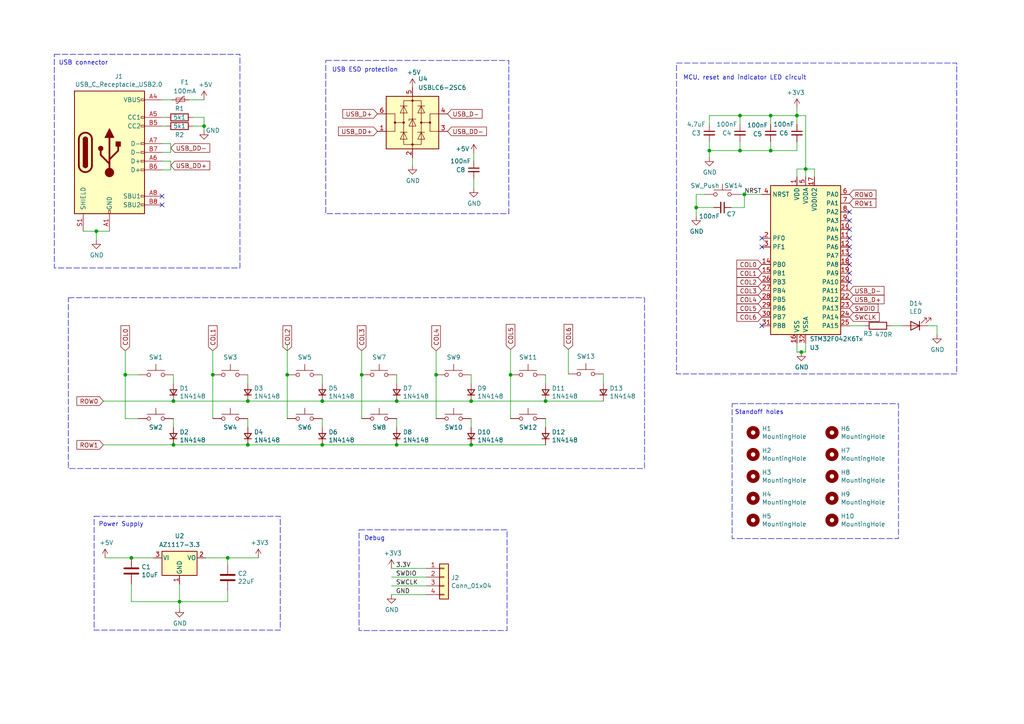
<source format=kicad_sch>
(kicad_sch (version 20230121) (generator eeschema)
  (paper "A4")
  (title_block (title "FnRow") (date "2023-12-30") (rev "1.3") (company "Dino Fizzotti"))
  (lib_symbols
    (symbol "Connector:USB_C_Receptacle_USB2.0" (pin_names (offset 1.016))
      (property "Reference" "J" (at -10.16 19.05 0))
      (property "Value" "USB_C_Receptacle_USB2.0" (at 19.05 19.05 0))
      (symbol "USB_C_Receptacle_USB2.0_0_0"
        (rectangle (start -0.254 -17.78) (end 0.254 -16.764))
        (rectangle (start 10.16 -14.986) (end 9.144 -15.494))
        (rectangle (start 10.16 -12.446) (end 9.144 -12.954))
        (rectangle (start 10.16 -4.826) (end 9.144 -5.334))
        (rectangle (start 10.16 -2.286) (end 9.144 -2.794))
        (rectangle (start 10.16 0.254) (end 9.144 -0.254))
        (rectangle (start 10.16 2.794) (end 9.144 2.286))
        (rectangle (start 10.16 7.874) (end 9.144 7.366))
        (rectangle (start 10.16 10.414) (end 9.144 9.906))
        (rectangle (start 10.16 15.494) (end 9.144 14.986))
      )
      (symbol "USB_C_Receptacle_USB2.0_0_1"
        (rectangle (start -10.16 17.78) (end 10.16 -17.78) (stroke (width 0.254)) (fill (type background)))
        (arc (start -8.89 -3.81) (mid -6.985 -5.7067) (end -5.08 -3.81) (stroke (width 0.508)))
        (arc (start -7.62 -3.81) (mid -6.985 -4.4423) (end -6.35 -3.81) (stroke (width 0.254)))
        (arc (start -7.62 -3.81) (mid -6.985 -4.4423) (end -6.35 -3.81) (stroke (width 0.254)) (fill (type outline)))
        (rectangle (start -7.62 -3.81) (end -6.35 3.81) (stroke (width 0.254)) (fill (type outline)))
        (arc (start -6.35 3.81) (mid -6.985 4.4423) (end -7.62 3.81) (stroke (width 0.254)))
        (arc (start -6.35 3.81) (mid -6.985 4.4423) (end -7.62 3.81) (stroke (width 0.254)) (fill (type outline)))
        (arc (start -5.08 3.81) (mid -6.985 5.7067) (end -8.89 3.81) (stroke (width 0.508)))
        (circle (center -2.54 1.143) (radius 0.635) (stroke (width 0.254)) (fill (type outline)))
        (circle (center 0 -5.842) (radius 1.27) (fill (type outline)))
        (polyline (pts (xy -8.89 -3.81) (xy -8.89 3.81)) (stroke (width 0.508)))
        (polyline (pts (xy -5.08 3.81) (xy -5.08 -3.81)) (stroke (width 0.508)))
        (polyline (pts (xy 0 -5.842) (xy 0 4.318)) (stroke (width 0.508)))
        (polyline (pts (xy 0 -3.302) (xy -2.54 -0.762) (xy -2.54 0.508)) (stroke (width 0.508)))
        (polyline (pts (xy 0 -2.032) (xy 2.54 0.508) (xy 2.54 1.778)) (stroke (width 0.508)))
        (polyline (pts (xy -1.27 4.318) (xy 0 6.858) (xy 1.27 4.318) (xy -1.27 4.318)) (stroke (width 0.254)) (fill (type outline)))
        (rectangle (start 1.905 1.778) (end 3.175 3.048) (stroke (width 0.254)) (fill (type outline)))
      )
      (symbol "USB_C_Receptacle_USB2.0_1_1"
        (pin passive line (at 0 -22.86 90) (length 5.08) (name "GND") (number "A1"))
        (pin passive line (at 0 -22.86 90) (length 5.08) hide (name "GND") (number "A12"))
        (pin passive line (at 15.24 15.24 180) (length 5.08) (name "VBUS") (number "A4"))
        (pin bidirectional line (at 15.24 10.16 180) (length 5.08) (name "CC1") (number "A5"))
        (pin bidirectional line (at 15.24 -2.54 180) (length 5.08) (name "D+") (number "A6"))
        (pin bidirectional line (at 15.24 2.54 180) (length 5.08) (name "D-") (number "A7"))
        (pin bidirectional line (at 15.24 -12.7 180) (length 5.08) (name "SBU1") (number "A8"))
        (pin passive line (at 15.24 15.24 180) (length 5.08) hide (name "VBUS") (number "A9"))
        (pin passive line (at 0 -22.86 90) (length 5.08) hide (name "GND") (number "B1"))
        (pin passive line (at 0 -22.86 90) (length 5.08) hide (name "GND") (number "B12"))
        (pin passive line (at 15.24 15.24 180) (length 5.08) hide (name "VBUS") (number "B4"))
        (pin bidirectional line (at 15.24 7.62 180) (length 5.08) (name "CC2") (number "B5"))
        (pin bidirectional line (at 15.24 -5.08 180) (length 5.08) (name "D+") (number "B6"))
        (pin bidirectional line (at 15.24 0 180) (length 5.08) (name "D-") (number "B7"))
        (pin bidirectional line (at 15.24 -15.24 180) (length 5.08) (name "SBU2") (number "B8"))
        (pin passive line (at 15.24 15.24 180) (length 5.08) hide (name "VBUS") (number "B9"))
        (pin passive line (at -7.62 -22.86 90) (length 5.08) (name "SHIELD") (number "S1"))
      )
    )
    (symbol "Connector_Generic:Conn_01x04" (pin_names (offset 1.016) hide)
      (property "Reference" "J" (at 0 5.08 0))
      (property "Value" "Conn_01x04" (at 0 -7.62 0))
      (symbol "Conn_01x04_1_1"
        (rectangle (start -1.27 -4.953) (end 0 -5.207) (stroke (width 0.1524)))
        (rectangle (start -1.27 -2.413) (end 0 -2.667) (stroke (width 0.1524)))
        (rectangle (start -1.27 0.127) (end 0 -0.127) (stroke (width 0.1524)))
        (rectangle (start -1.27 2.667) (end 0 2.413) (stroke (width 0.1524)))
        (rectangle (start -1.27 3.81) (end 1.27 -6.35) (stroke (width 0.254)) (fill (type background)))
        (pin passive line (at -5.08 2.54 0) (length 3.81) (name "Pin_1") (number "1"))
        (pin passive line (at -5.08 0 0) (length 3.81) (name "Pin_2") (number "2"))
        (pin passive line (at -5.08 -2.54 0) (length 3.81) (name "Pin_3") (number "3"))
        (pin passive line (at -5.08 -5.08 0) (length 3.81) (name "Pin_4") (number "4"))
      )
    )
    (symbol "Device:C" (pin_numbers hide) (pin_names (offset 0.254))
      (property "Reference" "C" (at 0.635 2.54 0))
      (property "Value" "C" (at 0.635 -2.54 0))
      (symbol "C_0_1"
        (polyline (pts (xy -2.032 -0.762) (xy 2.032 -0.762)) (stroke (width 0.508)))
        (polyline (pts (xy -2.032 0.762) (xy 2.032 0.762)) (stroke (width 0.508)))
      )
      (symbol "C_1_1"
        (pin passive line (at 0 3.81 270) (length 2.794) (name "~") (number "1"))
        (pin passive line (at 0 -3.81 90) (length 2.794) (name "~") (number "2"))
      )
    )
    (symbol "Device:C_Small" (pin_numbers hide) (pin_names (offset 0.254) hide)
      (property "Reference" "C" (at 0.254 1.778 0))
      (property "Value" "C_Small" (at 0.254 -2.032 0))
      (symbol "C_Small_0_1"
        (polyline (pts (xy -1.524 -0.508) (xy 1.524 -0.508)) (stroke (width 0.3302)))
        (polyline (pts (xy -1.524 0.508) (xy 1.524 0.508)) (stroke (width 0.3048)))
      )
      (symbol "C_Small_1_1"
        (pin passive line (at 0 2.54 270) (length 2.032) (name "~") (number "1"))
        (pin passive line (at 0 -2.54 90) (length 2.032) (name "~") (number "2"))
      )
    )
    (symbol "Device:D_Small" (pin_numbers hide) (pin_names (offset 0.254) hide)
      (property "Reference" "D" (at -1.27 2.032 0))
      (property "Value" "D_Small" (at -3.81 -2.032 0))
      (symbol "D_Small_0_1"
        (polyline (pts (xy -0.762 -1.016) (xy -0.762 1.016)) (stroke (width 0.254)))
        (polyline (pts (xy -0.762 0) (xy 0.762 0)))
        (polyline (pts (xy 0.762 -1.016) (xy -0.762 0) (xy 0.762 1.016) (xy 0.762 -1.016)) (stroke (width 0.254)))
      )
      (symbol "D_Small_1_1"
        (pin passive line (at -2.54 0 0) (length 1.778) (name "K") (number "1"))
        (pin passive line (at 2.54 0 180) (length 1.778) (name "A") (number "2"))
      )
    )
    (symbol "Device:LED" (pin_numbers hide) (pin_names (offset 1.016) hide)
      (property "Reference" "D" (at 0 2.54 0))
      (property "Value" "LED" (at 0 -2.54 0))
      (symbol "LED_0_1"
        (polyline (pts (xy -1.27 -1.27) (xy -1.27 1.27)) (stroke (width 0.254)))
        (polyline (pts (xy -1.27 0) (xy 1.27 0)))
        (polyline (pts (xy 1.27 -1.27) (xy 1.27 1.27) (xy -1.27 0) (xy 1.27 -1.27)) (stroke (width 0.254)))
        (polyline (pts (xy -3.048 -0.762) (xy -4.572 -2.286) (xy -3.81 -2.286) (xy -4.572 -2.286) (xy -4.572 -1.524)))
        (polyline (pts (xy -1.778 -0.762) (xy -3.302 -2.286) (xy -2.54 -2.286) (xy -3.302 -2.286) (xy -3.302 -1.524)))
      )
      (symbol "LED_1_1"
        (pin passive line (at -3.81 0 0) (length 2.54) (name "K") (number "1"))
        (pin passive line (at 3.81 0 180) (length 2.54) (name "A") (number "2"))
      )
    )
    (symbol "Device:Polyfuse_Small" (pin_numbers hide) (pin_names (offset 0))
      (property "Reference" "F" (at -1.905 0 90))
      (property "Value" "Polyfuse_Small" (at 1.905 0 90))
      (symbol "Polyfuse_Small_0_1"
        (rectangle (start -0.508 1.27) (end 0.508 -1.27))
        (polyline (pts (xy 0 2.54) (xy 0 -2.54)))
        (polyline (pts (xy -1.016 1.27) (xy -1.016 0.762) (xy 1.016 -0.762) (xy 1.016 -1.27)))
      )
      (symbol "Polyfuse_Small_1_1"
        (pin passive line (at 0 2.54 270) (length 0.635) (name "~") (number "1"))
        (pin passive line (at 0 -2.54 90) (length 0.635) (name "~") (number "2"))
      )
    )
    (symbol "Device:R" (pin_numbers hide) (pin_names (offset 0))
      (property "Reference" "R" (at 2.032 0 90))
      (property "Value" "R" (at 0 0 90))
      (symbol "R_0_1"
        (rectangle (start -1.016 -2.54) (end 1.016 2.54) (stroke (width 0.254)))
      )
      (symbol "R_1_1"
        (pin passive line (at 0 3.81 270) (length 1.27) (name "~") (number "1"))
        (pin passive line (at 0 -3.81 90) (length 1.27) (name "~") (number "2"))
      )
    )
    (symbol "Mechanical:MountingHole" (pin_names (offset 1.016))
      (property "Reference" "H" (at 0 5.08 0))
      (property "Value" "MountingHole" (at 0 3.175 0))
      (symbol "MountingHole_0_1"
        (circle (center 0 0) (radius 1.27) (stroke (width 1.27)))
      )
    )
    (symbol "Power_Protection:USBLC6-2P6" (pin_names hide)
      (property "Reference" "U" (at 2.54 8.89 0))
      (property "Value" "USBLC6-2P6" (at 2.54 -8.89 0))
      (symbol "USBLC6-2P6_0_1"
        (rectangle (start -7.62 -7.62) (end 7.62 7.62) (stroke (width 0.254)) (fill (type background)))
        (circle (center -5.08 0) (radius 0.254) (fill (type outline)))
        (circle (center -2.54 0) (radius 0.254) (fill (type outline)))
        (rectangle (start -2.54 6.35) (end 2.54 -6.35))
        (circle (center 0 -6.35) (radius 0.254) (fill (type outline)))
        (polyline (pts (xy -5.08 -2.54) (xy -7.62 -2.54)))
        (polyline (pts (xy -5.08 0) (xy -5.08 -2.54)))
        (polyline (pts (xy -5.08 2.54) (xy -7.62 2.54)))
        (polyline (pts (xy -1.524 -2.794) (xy -3.556 -2.794)))
        (polyline (pts (xy -1.524 4.826) (xy -3.556 4.826)))
        (polyline (pts (xy 0 -7.62) (xy 0 -6.35)))
        (polyline (pts (xy 0 -6.35) (xy 0 1.27)))
        (polyline (pts (xy 0 1.27) (xy 0 6.35)))
        (polyline (pts (xy 0 6.35) (xy 0 7.62)))
        (polyline (pts (xy 1.524 -2.794) (xy 3.556 -2.794)))
        (polyline (pts (xy 1.524 4.826) (xy 3.556 4.826)))
        (polyline (pts (xy 5.08 -2.54) (xy 7.62 -2.54)))
        (polyline (pts (xy 5.08 0) (xy 5.08 -2.54)))
        (polyline (pts (xy 5.08 2.54) (xy 7.62 2.54)))
        (polyline (pts (xy -2.54 0) (xy -5.08 0) (xy -5.08 2.54)))
        (polyline (pts (xy 2.54 0) (xy 5.08 0) (xy 5.08 2.54)))
        (polyline (pts (xy -3.556 -4.826) (xy -1.524 -4.826) (xy -2.54 -2.794) (xy -3.556 -4.826)))
        (polyline (pts (xy -3.556 2.794) (xy -1.524 2.794) (xy -2.54 4.826) (xy -3.556 2.794)))
        (polyline (pts (xy -1.016 -1.016) (xy 1.016 -1.016) (xy 0 1.016) (xy -1.016 -1.016)))
        (polyline (pts (xy 1.016 1.016) (xy 0.762 1.016) (xy -1.016 1.016) (xy -1.016 0.508)))
        (polyline (pts (xy 3.556 -4.826) (xy 1.524 -4.826) (xy 2.54 -2.794) (xy 3.556 -4.826)))
        (polyline (pts (xy 3.556 2.794) (xy 1.524 2.794) (xy 2.54 4.826) (xy 3.556 2.794)))
        (circle (center 0 6.35) (radius 0.254) (fill (type outline)))
        (circle (center 2.54 0) (radius 0.254) (fill (type outline)))
        (circle (center 5.08 0) (radius 0.254) (fill (type outline)))
      )
      (symbol "USBLC6-2P6_1_1"
        (pin passive line (at -10.16 -2.54 0) (length 2.54) (name "I/O1") (number "1"))
        (pin passive line (at 0 -10.16 90) (length 2.54) (name "GND") (number "2"))
        (pin passive line (at 10.16 -2.54 180) (length 2.54) (name "I/O2") (number "3"))
        (pin passive line (at 10.16 2.54 180) (length 2.54) (name "I/O2") (number "4"))
        (pin passive line (at 0 10.16 270) (length 2.54) (name "VBUS") (number "5"))
        (pin passive line (at -10.16 2.54 0) (length 2.54) (name "I/O1") (number "6"))
      )
    )
    (symbol "Regulator_Linear:AZ1117-3.3" (pin_names (offset 0.254))
      (property "Reference" "U" (at -3.81 3.175 0))
      (property "Value" "AZ1117-3.3" (at 0 3.175 0))
      (symbol "AZ1117-3.3_0_1"
        (rectangle (start -5.08 1.905) (end 5.08 -5.08) (stroke (width 0.254)) (fill (type background)))
      )
      (symbol "AZ1117-3.3_1_1"
        (pin power_in line (at 0 -7.62 90) (length 2.54) (name "GND") (number "1"))
        (pin power_out line (at 7.62 0 180) (length 2.54) (name "VO") (number "2"))
        (pin power_in line (at -7.62 0 0) (length 2.54) (name "VI") (number "3"))
      )
    )
    (symbol "Switch:SW_Push" (pin_numbers hide) (pin_names (offset 1.016) hide)
      (property "Reference" "SW" (at 1.27 2.54 0))
      (property "Value" "SW_Push" (at 0 -1.524 0))
      (symbol "SW_Push_0_1"
        (circle (center -2.032 0) (radius 0.508))
        (polyline (pts (xy 0 1.27) (xy 0 3.048)))
        (polyline (pts (xy 2.54 1.27) (xy -2.54 1.27)))
        (circle (center 2.032 0) (radius 0.508))
        (pin passive line (at -5.08 0 0) (length 2.54) (name "1") (number "1"))
        (pin passive line (at 5.08 0 180) (length 2.54) (name "2") (number "2"))
      )
    )
    (symbol "fnrow-rescue:+3.3V-power" (power) (pin_names (offset 0))
      (property "Value" "+3.3V-power" (at 0 3.556 0))
      (symbol "+3.3V-power_0_1"
        (polyline (pts (xy -0.762 1.27) (xy 0 2.54)))
        (polyline (pts (xy 0 0) (xy 0 2.54)))
        (polyline (pts (xy 0 2.54) (xy 0.762 1.27)))
      )
      (symbol "+3.3V-power_1_1"
        (pin power_in line (at 0 0 90) (length 0) hide (name "+3V3") (number "1"))
      )
    )
    (symbol "fnrow-rescue:STM32F042K6Tx-MCU_ST_STM32F0"
      (property "Reference" "U" (at -10.16 21.59 0))
      (property "Value" "MCU_ST_STM32F0_STM32F042K6Tx" (at 5.08 21.59 0))
      (symbol "STM32F042K6Tx-MCU_ST_STM32F0_0_1"
        (rectangle (start -10.16 -22.86) (end 10.16 20.32) (stroke (width 0.254)) (fill (type background)))
      )
      (symbol "STM32F042K6Tx-MCU_ST_STM32F0_1_1"
        (pin power_in line (at -2.54 22.86 270) (length 2.54) (name "VDD") (number "1"))
        (pin bidirectional line (at 12.7 7.62 180) (length 2.54) (name "PA4") (number "10"))
        (pin bidirectional line (at 12.7 5.08 180) (length 2.54) (name "PA5") (number "11"))
        (pin bidirectional line (at 12.7 2.54 180) (length 2.54) (name "PA6") (number "12"))
        (pin bidirectional line (at 12.7 0 180) (length 2.54) (name "PA7") (number "13"))
        (pin bidirectional line (at -12.7 -2.54 0) (length 2.54) (name "PB0") (number "14"))
        (pin bidirectional line (at -12.7 -5.08 0) (length 2.54) (name "PB1") (number "15"))
        (pin power_in line (at -2.54 -25.4 90) (length 2.54) (name "VSS") (number "16"))
        (pin power_in line (at 2.54 22.86 270) (length 2.54) (name "VDDIO2") (number "17"))
        (pin bidirectional line (at 12.7 -2.54 180) (length 2.54) (name "PA8") (number "18"))
        (pin bidirectional line (at 12.7 -5.08 180) (length 2.54) (name "PA9") (number "19"))
        (pin input line (at -12.7 5.08 0) (length 2.54) (name "PF0") (number "2"))
        (pin bidirectional line (at 12.7 -7.62 180) (length 2.54) (name "PA10") (number "20"))
        (pin bidirectional line (at 12.7 -10.16 180) (length 2.54) (name "PA11") (number "21"))
        (pin bidirectional line (at 12.7 -12.7 180) (length 2.54) (name "PA12") (number "22"))
        (pin bidirectional line (at 12.7 -15.24 180) (length 2.54) (name "PA13") (number "23"))
        (pin bidirectional line (at 12.7 -17.78 180) (length 2.54) (name "PA14") (number "24"))
        (pin bidirectional line (at 12.7 -20.32 180) (length 2.54) (name "PA15") (number "25"))
        (pin bidirectional line (at -12.7 -7.62 0) (length 2.54) (name "PB3") (number "26"))
        (pin bidirectional line (at -12.7 -10.16 0) (length 2.54) (name "PB4") (number "27"))
        (pin bidirectional line (at -12.7 -12.7 0) (length 2.54) (name "PB5") (number "28"))
        (pin bidirectional line (at -12.7 -15.24 0) (length 2.54) (name "PB6") (number "29"))
        (pin input line (at -12.7 2.54 0) (length 2.54) (name "PF1") (number "3"))
        (pin bidirectional line (at -12.7 -17.78 0) (length 2.54) (name "PB7") (number "30"))
        (pin bidirectional line (at -12.7 -20.32 0) (length 2.54) (name "PB8") (number "31"))
        (pin power_in line (at 0 -25.4 90) (length 2.54) (name "VSSA") (number "32"))
        (pin input line (at -12.7 17.78 0) (length 2.54) (name "NRST") (number "4"))
        (pin power_in line (at 0 22.86 270) (length 2.54) (name "VDDA") (number "5"))
        (pin bidirectional line (at 12.7 17.78 180) (length 2.54) (name "PA0") (number "6"))
        (pin bidirectional line (at 12.7 15.24 180) (length 2.54) (name "PA1") (number "7"))
        (pin bidirectional line (at 12.7 12.7 180) (length 2.54) (name "PA2") (number "8"))
        (pin bidirectional line (at 12.7 10.16 180) (length 2.54) (name "PA3") (number "9"))
      )
    )
    (symbol "power:+5V" (power) (pin_names (offset 0))
      (property "Value" "+5V" (at 0 3.556 0))
      (symbol "+5V_0_1"
        (polyline (pts (xy -0.762 1.27) (xy 0 2.54)))
        (polyline (pts (xy 0 0) (xy 0 2.54)))
        (polyline (pts (xy 0 2.54) (xy 0.762 1.27)))
      )
      (symbol "+5V_1_1"
        (pin power_in line (at 0 0 90) (length 0) hide (name "+5V") (number "1"))
      )
    )
    (symbol "power:GND" (power) (pin_names (offset 0))
      (property "Value" "GND" (at 0 -3.81 0))
      (symbol "GND_0_1"
        (polyline (pts (xy 0 0) (xy 0 -1.27) (xy 1.27 -1.27) (xy 0 -2.54) (xy -1.27 -1.27) (xy 0 -1.27)))
      )
      (symbol "GND_1_1"
        (pin power_in line (at 0 0 270) (length 0) hide (name "GND") (number "1"))
      )
    )
  )
  (junction (at 136.652 129.032))
  (junction (at 214.63 43.688))
  (junction (at 71.882 116.332))
  (junction (at 223.52 33.528))
  (junction (at 126.492 108.712))
  (junction (at 201.93 60.198))
  (junction (at 115.062 129.032))
  (junction (at 52.07 174.498))
  (junction (at 27.94 67.056))
  (junction (at 50.292 116.332))
  (junction (at 50.292 129.032))
  (junction (at 83.312 108.712))
  (junction (at 223.52 43.688))
  (junction (at 205.74 43.688))
  (junction (at 232.41 102.108))
  (junction (at 93.472 116.332))
  (junction (at 36.322 108.712))
  (junction (at 233.68 49.022))
  (junction (at 66.04 161.798))
  (junction (at 148.082 108.712))
  (junction (at 136.652 116.332))
  (junction (at 59.182 36.576))
  (junction (at 104.902 108.712))
  (junction (at 38.1 161.798))
  (junction (at 158.242 116.332))
  (junction (at 115.062 116.332))
  (junction (at 215.9 56.388))
  (junction (at 93.472 129.032))
  (junction (at 61.722 108.712))
  (junction (at 214.63 33.528))
  (junction (at 231.14 33.528))
  (junction (at 71.882 129.032))
  (no_connect (at 246.38 76.708))
  (no_connect (at 246.38 66.548))
  (no_connect (at 246.38 61.468))
  (no_connect (at 246.38 64.008))
  (no_connect (at 46.99 59.436))
  (no_connect (at 246.38 69.088))
  (no_connect (at 46.99 56.896))
  (no_connect (at 246.38 74.168))
  (no_connect (at 220.98 94.488))
  (no_connect (at 246.38 81.788))
  (no_connect (at 246.38 71.628))
  (no_connect (at 220.98 71.628))
  (no_connect (at 220.98 69.088))
  (no_connect (at 246.38 79.248))
  (wire (pts (xy 223.52 33.528) (xy 223.52 36.068)))
  (wire (pts (xy 158.242 121.412) (xy 158.242 123.952)))
  (wire (pts (xy 201.93 60.198) (xy 207.01 60.198)))
  (wire (pts (xy 214.63 43.688) (xy 223.52 43.688)))
  (wire (pts (xy 30.48 161.798) (xy 38.1 161.798)))
  (wire (pts (xy 52.07 174.498) (xy 66.04 174.498)))
  (wire (pts (xy 205.74 43.688) (xy 214.63 43.688)))
  (wire (pts (xy 66.04 163.703) (xy 66.04 161.798)))
  (wire (pts (xy 38.1 169.418) (xy 38.1 174.498)))
  (wire (pts (xy 52.07 176.403) (xy 52.07 174.498)))
  (wire (pts (xy 233.68 49.022) (xy 233.68 33.528)))
  (wire (pts (xy 201.93 62.738) (xy 201.93 60.198)))
  (wire (pts (xy 59.182 34.036) (xy 59.182 36.576)))
  (wire (pts (xy 136.652 116.332) (xy 158.242 116.332)))
  (wire (pts (xy 136.652 121.412) (xy 136.652 123.952)))
  (wire (pts (xy 269.24 94.488) (xy 271.78 94.488)))
  (wire (pts (xy 231.14 99.568) (xy 231.14 102.108)))
  (wire (pts (xy 115.062 129.032) (xy 136.652 129.032)))
  (wire (pts (xy 50.292 129.032) (xy 71.882 129.032)))
  (wire (pts (xy 93.472 108.712) (xy 93.472 111.252)))
  (wire (pts (xy 52.07 174.498) (xy 52.07 169.418)))
  (wire (pts (xy 214.63 56.388) (xy 215.9 56.388)))
  (wire (pts (xy 231.14 33.528) (xy 231.14 36.068)))
  (wire (pts (xy 232.41 102.108) (xy 233.68 102.108)))
  (wire (pts (xy 136.652 108.712) (xy 136.652 111.252)))
  (wire (pts (xy 258.445 94.488) (xy 261.62 94.488)))
  (wire (pts (xy 71.882 116.332) (xy 93.472 116.332)))
  (wire (pts (xy 61.722 101.727) (xy 61.722 108.712)))
  (wire (pts (xy 115.062 121.412) (xy 115.062 123.952)))
  (wire (pts (xy 31.75 67.056) (xy 27.94 67.056)))
  (wire (pts (xy 204.47 56.388) (xy 201.93 56.388)))
  (wire (pts (xy 205.74 41.148) (xy 205.74 43.688)))
  (wire (pts (xy 215.9 56.388) (xy 220.98 56.388)))
  (wire (pts (xy 104.902 108.712) (xy 104.902 121.412)))
  (wire (pts (xy 49.53 41.656) (xy 49.53 44.196)))
  (wire (pts (xy 46.99 49.276) (xy 49.53 49.276)))
  (wire (pts (xy 55.88 34.036) (xy 59.182 34.036)))
  (wire (pts (xy 36.322 121.412) (xy 40.132 121.412)))
  (wire (pts (xy 38.1 161.798) (xy 44.45 161.798)))
  (wire (pts (xy 223.52 43.688) (xy 231.14 43.688)))
  (wire (pts (xy 27.94 69.596) (xy 27.94 67.056)))
  (wire (pts (xy 46.99 28.956) (xy 49.784 28.956)))
  (wire (pts (xy 55.88 36.576) (xy 59.182 36.576)))
  (wire (pts (xy 40.132 108.712) (xy 36.322 108.712)))
  (wire (pts (xy 50.292 129.032) (xy 29.972 129.032)))
  (wire (pts (xy 223.52 33.528) (xy 231.14 33.528)))
  (wire (pts (xy 271.78 94.488) (xy 271.78 97.028)))
  (wire (pts (xy 29.972 116.332) (xy 50.292 116.332)))
  (wire (pts (xy 59.69 161.798) (xy 66.04 161.798)))
  (wire (pts (xy 66.04 161.798) (xy 74.93 161.798)))
  (wire (pts (xy 137.414 51.816) (xy 137.414 54.61)))
  (wire (pts (xy 123.698 172.466) (xy 113.538 172.466)))
  (wire (pts (xy 46.99 36.576) (xy 48.26 36.576)))
  (wire (pts (xy 246.38 94.488) (xy 250.825 94.488)))
  (wire (pts (xy 215.9 60.198) (xy 215.9 56.388)))
  (wire (pts (xy 223.52 41.148) (xy 223.52 43.688)))
  (wire (pts (xy 54.864 28.956) (xy 59.182 28.956)))
  (wire (pts (xy 205.74 33.528) (xy 205.74 36.068)))
  (wire (pts (xy 212.09 60.198) (xy 215.9 60.198)))
  (wire (pts (xy 93.472 116.332) (xy 115.062 116.332)))
  (wire (pts (xy 233.68 49.022) (xy 236.22 49.022)))
  (wire (pts (xy 126.492 121.412) (xy 126.492 108.712)))
  (wire (pts (xy 164.846 108.458) (xy 164.846 101.346)))
  (wire (pts (xy 123.698 169.926) (xy 113.538 169.926)))
  (wire (pts (xy 93.472 121.412) (xy 93.472 123.952)))
  (wire (pts (xy 231.14 49.022) (xy 233.68 49.022)))
  (wire (pts (xy 233.68 102.108) (xy 233.68 99.568)))
  (wire (pts (xy 123.698 167.386) (xy 113.538 167.386)))
  (wire (pts (xy 214.63 33.528) (xy 214.63 36.068)))
  (wire (pts (xy 46.99 44.196) (xy 49.53 44.196)))
  (wire (pts (xy 126.492 101.727) (xy 126.492 108.712)))
  (wire (pts (xy 115.062 108.712) (xy 115.062 111.252)))
  (wire (pts (xy 61.722 108.712) (xy 61.722 121.412)))
  (wire (pts (xy 104.902 101.727) (xy 104.902 108.712)))
  (wire (pts (xy 71.882 121.412) (xy 71.882 123.952)))
  (wire (pts (xy 49.53 46.736) (xy 49.53 49.276)))
  (wire (pts (xy 231.14 102.108) (xy 232.41 102.108)))
  (wire (pts (xy 214.63 33.528) (xy 223.52 33.528)))
  (wire (pts (xy 38.1 174.498) (xy 52.07 174.498)))
  (wire (pts (xy 27.94 67.056) (xy 24.13 67.056)))
  (wire (pts (xy 50.292 108.712) (xy 50.292 111.252)))
  (wire (pts (xy 231.14 41.148) (xy 231.14 43.688)))
  (wire (pts (xy 136.652 129.032) (xy 158.242 129.032)))
  (wire (pts (xy 214.63 43.688) (xy 214.63 41.148)))
  (wire (pts (xy 205.74 45.593) (xy 205.74 43.688)))
  (wire (pts (xy 137.414 44.45) (xy 137.414 46.736)))
  (wire (pts (xy 201.93 56.388) (xy 201.93 60.198)))
  (wire (pts (xy 83.312 99.822) (xy 83.312 108.712)))
  (wire (pts (xy 115.062 116.332) (xy 136.652 116.332)))
  (wire (pts (xy 236.22 49.022) (xy 236.22 51.308)))
  (wire (pts (xy 123.698 164.846) (xy 113.538 164.846)))
  (wire (pts (xy 231.14 31.242) (xy 231.14 33.528)))
  (wire (pts (xy 175.006 108.458) (xy 175.006 111.252)))
  (wire (pts (xy 231.14 51.308) (xy 231.14 49.022)))
  (wire (pts (xy 71.882 108.712) (xy 71.882 111.252)))
  (wire (pts (xy 233.68 51.308) (xy 233.68 49.022)))
  (wire (pts (xy 36.322 108.712) (xy 36.322 121.412)))
  (wire (pts (xy 158.242 108.712) (xy 158.242 111.252)))
  (wire (pts (xy 46.99 41.656) (xy 49.53 41.656)))
  (wire (pts (xy 71.882 129.032) (xy 93.472 129.032)))
  (wire (pts (xy 115.062 129.032) (xy 93.472 129.032)))
  (wire (pts (xy 36.322 101.727) (xy 36.322 108.712)))
  (wire (pts (xy 83.312 108.712) (xy 83.312 121.412)))
  (wire (pts (xy 205.74 33.528) (xy 214.63 33.528)))
  (wire (pts (xy 148.082 101.346) (xy 148.082 108.712)))
  (wire (pts (xy 158.242 116.332) (xy 175.006 116.332)))
  (wire (pts (xy 50.292 116.332) (xy 71.882 116.332)))
  (wire (pts (xy 66.04 174.498) (xy 66.04 171.323)))
  (wire (pts (xy 46.99 46.736) (xy 49.53 46.736)))
  (wire (pts (xy 148.082 108.712) (xy 148.082 121.412)))
  (wire (pts (xy 59.182 37.846) (xy 59.182 36.576)))
  (wire (pts (xy 233.68 33.528) (xy 231.14 33.528)))
  (wire (pts (xy 119.634 48.006) (xy 119.634 45.72)))
  (wire (pts (xy 50.292 121.412) (xy 50.292 123.952)))
  (wire (pts (xy 46.99 34.036) (xy 48.26 34.036)))
  (rectangle (start 94.488 17.526) (end 147.574 61.976) (stroke (width 0) (type dash)))
  (rectangle (start 104.14 153.67) (end 147.066 182.88) (stroke (width 0) (type dash)))
  (rectangle (start 27.305 149.733) (end 81.28 182.753) (stroke (width 0) (type dash)))
  (rectangle (start 19.812 86.36) (end 186.944 135.89) (stroke (width 0) (type dash)))
  (rectangle (start 15.748 15.748) (end 69.596 77.724) (stroke (width 0) (type dash)))
  (rectangle (start 212.344 117.094) (end 260.604 156.21) (stroke (width 0) (type dash)))
  (rectangle (start 196.215 18.288) (end 277.495 108.458) (stroke (width 0) (type dash)))
  (text "Power Supply" (at 28.575 152.908 0) (effects (font (size 1.27 1.27)) (justify left bottom)))
  (text "USB ESD protection\n" (at 96.266 21.082 0) (effects (font (size 1.27 1.27)) (justify left bottom)))
  (text "Debug" (at 105.664 156.972 0) (effects (font (size 1.27 1.27)) (justify left bottom)))
  (text "Standoff holes" (at 213.106 120.396 0) (effects (font (size 1.27 1.27)) (justify left bottom)))
  (text "USB connector" (at 17.018 19.05 0) (effects (font (size 1.27 1.27)) (justify left bottom)))
  (text "MCU, reset and indicator LED circuit" (at 198.12 23.368 0) (effects (font (size 1.27 1.27)) (justify left bottom)))
  (label "SWCLK" (at 114.808 169.926 0))
  (label "NRST" (at 215.9 56.388 0))
  (label "SWDIO" (at 114.808 167.386 0))
  (label "GND" (at 114.808 172.466 0))
  (label "3.3V" (at 114.808 164.846 0))
  (global_label "USB_DD+" (shape input) (at 109.474 38.1 180) (property "Intersheetrefs" "${INTERSHEET_REFS}" (effects hide)))
  (global_label "ROW1" (shape input) (at 246.38 58.928 0) (property "Intersheetrefs" "${INTERSHEET_REFS}" (effects hide)))
  (global_label "SWDIO" (shape input) (at 246.38 89.408 0) (property "Intersheetrefs" "${INTERSHEET_REFS}" (effects hide)))
  (global_label "COL2" (shape input) (at 220.98 81.788 180) (property "Intersheetrefs" "${INTERSHEET_REFS}" (effects hide)))
  (global_label "COL0" (shape input) (at 220.98 76.708 180) (property "Intersheetrefs" "${INTERSHEET_REFS}" (effects hide)))
  (global_label "USB_D+" (shape input) (at 246.38 86.868 0) (property "Intersheetrefs" "${INTERSHEET_REFS}" (effects hide)))
  (global_label "COL6" (shape input) (at 220.98 91.948 180) (property "Intersheetrefs" "${INTERSHEET_REFS}" (effects hide)))
  (global_label "USB_DD-" (shape input) (at 129.794 38.1 0) (property "Intersheetrefs" "${INTERSHEET_REFS}" (effects hide)))
  (global_label "USB_DD+" (shape input) (at 49.53 48.006 0) (property "Intersheetrefs" "${INTERSHEET_REFS}" (effects hide)))
  (global_label "ROW0" (shape input) (at 29.972 116.332 180) (property "Intersheetrefs" "${INTERSHEET_REFS}" (effects hide)))
  (global_label "USB_D-" (shape input) (at 129.794 33.02 0) (property "Intersheetrefs" "${INTERSHEET_REFS}" (effects hide)))
  (global_label "COL4" (shape input) (at 220.98 86.868 180) (property "Intersheetrefs" "${INTERSHEET_REFS}" (effects hide)))
  (global_label "ROW0" (shape input) (at 246.38 56.388 0) (property "Intersheetrefs" "${INTERSHEET_REFS}" (effects hide)))
  (global_label "USB_D-" (shape input) (at 246.38 84.328 0) (property "Intersheetrefs" "${INTERSHEET_REFS}" (effects hide)))
  (global_label "COL5" (shape input) (at 220.98 89.408 180) (property "Intersheetrefs" "${INTERSHEET_REFS}" (effects hide)))
  (global_label "COL2" (shape input) (at 83.312 101.727 90) (property "Intersheetrefs" "${INTERSHEET_REFS}" (effects hide)))
  (global_label "USB_D+" (shape input) (at 109.474 33.02 180) (property "Intersheetrefs" "${INTERSHEET_REFS}" (effects hide)))
  (global_label "ROW1" (shape input) (at 29.972 129.032 180) (property "Intersheetrefs" "${INTERSHEET_REFS}" (effects hide)))
  (global_label "COL5" (shape input) (at 148.082 101.346 90) (property "Intersheetrefs" "${INTERSHEET_REFS}" (effects hide)))
  (global_label "COL1" (shape input) (at 220.98 79.248 180) (property "Intersheetrefs" "${INTERSHEET_REFS}" (effects hide)))
  (global_label "COL4" (shape input) (at 126.492 101.727 90) (property "Intersheetrefs" "${INTERSHEET_REFS}" (effects hide)))
  (global_label "COL3" (shape input) (at 104.902 101.727 90) (property "Intersheetrefs" "${INTERSHEET_REFS}" (effects hide)))
  (global_label "COL6" (shape input) (at 164.846 101.346 90) (property "Intersheetrefs" "${INTERSHEET_REFS}" (effects hide)))
  (global_label "COL3" (shape input) (at 220.98 84.328 180) (property "Intersheetrefs" "${INTERSHEET_REFS}" (effects hide)))
  (global_label "COL0" (shape input) (at 36.322 101.727 90) (property "Intersheetrefs" "${INTERSHEET_REFS}" (effects hide)))
  (global_label "SWCLK" (shape input) (at 246.38 91.948 0) (property "Intersheetrefs" "${INTERSHEET_REFS}" (effects hide)))
  (global_label "USB_DD-" (shape input) (at 49.53 42.926 0) (property "Intersheetrefs" "${INTERSHEET_REFS}" (effects hide)))
  (global_label "COL1" (shape input) (at 61.722 101.727 90) (property "Intersheetrefs" "${INTERSHEET_REFS}" (effects hide)))
  (symbol (lib_id "Device:Polyfuse_Small") (at 52.324 28.956 270) (unit 1)
    (property "Reference" "F1" (at 53.594 23.876 90))
    (property "Value" "100mA" (at 53.594 26.416 90))
    (property "Footprint" "Fuse:Fuse_0805_2012Metric" (effects hide))
    (property "LCSC" "C2687880" (effects hide))
  )
  (symbol (lib_id "Device:R") (at 52.07 34.036 270) (unit 1)
    (property "Reference" "R1" (at 52.07 31.496 90))
    (property "Value" "5k1" (at 52.07 34.036 90))
    (property "Footprint" "Capacitor_SMD:C_0402_1005Metric" (effects hide))
  )
  (symbol (lib_id "Device:R") (at 52.07 36.576 270) (unit 1)
    (property "Reference" "R2" (at 52.07 39.116 90))
    (property "Value" "5k1" (at 52.07 36.576 90))
    (property "Footprint" "Capacitor_SMD:C_0402_1005Metric" (effects hide))
  )
  (symbol (lib_id "power:GND") (at 119.634 48.006 0) (unit 1)
    (property "Reference" "#PWR0101" (effects hide))
    (property "Value" "GND" (at 119.761 52.4002 0))
  )
  (symbol (lib_id "power:GND") (at 59.182 37.846 0) (unit 1)
    (property "Reference" "#PWR0102" (effects hide))
    (property "Value" "GND" (at 61.722 37.846 0))
  )
  (symbol (lib_id "power:+5V") (at 59.182 28.956 0) (unit 1)
    (property "Reference" "#PWR0103" (effects hide))
    (property "Value" "+5V" (at 59.563 24.5618 0))
  )
  (symbol (lib_id "power:+5V") (at 30.48 161.798 0) (unit 1)
    (property "Reference" "#PWR0104" (effects hide))
    (property "Value" "+5V" (at 30.861 157.4038 0))
  )
  (symbol (lib_id "Device:C") (at 38.1 165.608 0) (unit 1)
    (property "Reference" "C1" (at 41.021 164.4396 0) (effects (justify left)))
    (property "Value" "10uF" (at 41.021 166.751 0) (effects (justify left)))
    (property "Footprint" "Capacitor_SMD:C_0805_2012Metric" (effects hide))
  )
  (symbol (lib_id "Device:C") (at 66.04 167.513 0) (unit 1)
    (property "Reference" "C2" (at 68.961 166.3446 0) (effects (justify left)))
    (property "Value" "22uF" (at 68.961 168.656 0) (effects (justify left)))
    (property "Footprint" "Capacitor_SMD:C_0805_2012Metric" (effects hide))
  )
  (symbol (lib_id "power:GND") (at 52.07 176.403 0) (unit 1)
    (property "Reference" "#PWR0105" (effects hide))
    (property "Value" "GND" (at 52.197 180.7972 0))
  )
  (symbol (lib_id "fnrow-rescue:+3.3V-power") (at 74.93 161.798 0) (unit 1)
    (property "Reference" "#PWR0106" (effects hide))
    (property "Value" "+3.3V" (at 75.311 157.4038 0))
  )
  (symbol (lib_id "fnrow-rescue:STM32F042K6Tx-MCU_ST_STM32F0") (at 233.68 74.168 0) (unit 1)
    (property "Reference" "U3" (at 236.22 100.838 0))
    (property "Value" "STM32F042K6Tx" (at 242.57 98.298 0))
    (property "Footprint" "Package_QFP:LQFP-32_7x7mm_P0.8mm" (effects hide))
    (property "Datasheet" "http://www.st.com/st-web-ui/static/active/en/resource/technical/document/datasheet/DM00105814.pdf" (effects hide))
    (property "LCSC" "C69216" (effects hide))
  )
  (symbol (lib_id "Switch:SW_Push") (at 209.55 56.388 0) (unit 1)
    (property "Reference" "SW14" (at 212.725 53.848 0))
    (property "Value" "SW_Push" (at 204.47 53.848 0))
    (property "Footprint" "Button_Switch_SMD:SW_Push_1P1T_XKB_TS-1187A" (effects hide))
    (property "LCSC" "C318884" (effects hide))
  )
  (symbol (lib_id "Device:C_Small") (at 209.55 60.198 270) (unit 1)
    (property "Reference" "C7" (at 212.09 62.103 90))
    (property "Value" "100nF" (at 205.74 62.738 90))
    (property "Footprint" "Capacitor_SMD:C_0402_1005Metric" (effects hide))
  )
  (symbol (lib_id "power:GND") (at 201.93 62.738 0) (unit 1)
    (property "Reference" "#PWR0107" (effects hide))
    (property "Value" "GND" (at 202.057 67.1322 0))
  )
  (symbol (lib_id "Device:C_Small") (at 205.74 38.608 0) (unit 1)
    (property "Reference" "C3" (at 201.93 38.608 0))
    (property "Value" "4.7uF" (at 201.93 36.068 0))
    (property "Footprint" "Capacitor_SMD:C_0603_1608Metric" (effects hide))
  )
  (symbol (lib_id "power:GND") (at 205.74 45.593 0) (unit 1)
    (property "Reference" "#PWR0109" (effects hide))
    (property "Value" "GND" (at 205.867 49.9872 0))
  )
  (symbol (lib_id "Device:C_Small") (at 223.52 38.608 0) (unit 1)
    (property "Reference" "C5" (at 219.71 38.862 0))
    (property "Value" "100nF" (at 219.71 36.322 0))
    (property "Footprint" "Capacitor_SMD:C_0402_1005Metric" (effects hide))
  )
  (symbol (lib_id "Device:C_Small") (at 231.14 38.608 0) (unit 1)
    (property "Reference" "C6" (at 227.33 38.608 0))
    (property "Value" "100nF" (at 227.33 36.068 0))
    (property "Footprint" "Capacitor_SMD:C_0402_1005Metric" (effects hide))
  )
  (symbol (lib_id "Connector_Generic:Conn_01x04") (at 128.778 167.386 0) (unit 1)
    (property "Reference" "J2" (at 130.81 167.5892 0) (effects (justify left)))
    (property "Value" "Conn_01x04" (at 130.81 169.9006 0) (effects (justify left)))
    (property "Footprint" "Connector_PinHeader_2.54mm:PinHeader_1x04_P2.54mm_Horizontal" (effects hide))
  )
  (symbol (lib_id "fnrow-rescue:+3.3V-power") (at 231.14 31.242 0) (mirror y) (unit 1)
    (property "Reference" "#PWR0114" (effects hide))
    (property "Value" "+3.3V" (at 230.759 26.8478 0))
  )
  (symbol (lib_id "power:GND") (at 232.41 102.108 0) (unit 1)
    (property "Reference" "#PWR0115" (effects hide))
    (property "Value" "GND" (at 232.537 106.5022 0))
  )
  (symbol (lib_id "Device:LED") (at 265.43 94.488 180) (unit 1)
    (property "Reference" "D14" (at 265.6078 88.011 0))
    (property "Value" "LED" (at 265.6078 90.3224 0))
    (property "Footprint" "LED_SMD:LED_0805_2012Metric" (effects hide))
  )
  (symbol (lib_id "Device:R") (at 254.635 94.488 270) (unit 1)
    (property "Reference" "R3" (at 251.714 96.774 90))
    (property "Value" "470R" (at 256.286 97.028 90))
    (property "Footprint" "Capacitor_SMD:C_0402_1005Metric" (effects hide))
  )
  (symbol (lib_id "power:GND") (at 271.78 97.028 0) (unit 1)
    (property "Reference" "#PWR0116" (effects hide))
    (property "Value" "GND" (at 271.907 101.4222 0))
  )
  (symbol (lib_id "Mechanical:MountingHole") (at 218.44 125.476 0) (unit 1)
    (property "Reference" "H1" (at 220.98 124.3076 0) (effects (justify left)))
    (property "Value" "MountingHole" (at 220.98 126.619 0) (effects (justify left)))
    (property "Footprint" "MountingHole:MountingHole_3.2mm_M3" (effects hide))
  )
  (symbol (lib_id "Mechanical:MountingHole") (at 218.44 131.826 0) (unit 1)
    (property "Reference" "H2" (at 220.98 130.6576 0) (effects (justify left)))
    (property "Value" "MountingHole" (at 220.98 132.969 0) (effects (justify left)))
    (property "Footprint" "MountingHole:MountingHole_3.2mm_M3" (effects hide))
  )
  (symbol (lib_id "Mechanical:MountingHole") (at 218.44 138.176 0) (unit 1)
    (property "Reference" "H3" (at 220.98 137.0076 0) (effects (justify left)))
    (property "Value" "MountingHole" (at 220.98 139.319 0) (effects (justify left)))
    (property "Footprint" "MountingHole:MountingHole_3.2mm_M3" (effects hide))
  )
  (symbol (lib_id "Mechanical:MountingHole") (at 218.44 144.526 0) (unit 1)
    (property "Reference" "H4" (at 220.98 143.3576 0) (effects (justify left)))
    (property "Value" "MountingHole" (at 220.98 145.669 0) (effects (justify left)))
    (property "Footprint" "MountingHole:MountingHole_3.2mm_M3" (effects hide))
  )
  (symbol (lib_id "Mechanical:MountingHole") (at 218.44 150.876 0) (unit 1)
    (property "Reference" "H5" (at 220.98 149.7076 0) (effects (justify left)))
    (property "Value" "MountingHole" (at 220.98 152.019 0) (effects (justify left)))
    (property "Footprint" "MountingHole:MountingHole_3.2mm_M3" (effects hide))
  )
  (symbol (lib_id "Mechanical:MountingHole") (at 241.3 125.476 0) (unit 1)
    (property "Reference" "H6" (at 243.84 124.3076 0) (effects (justify left)))
    (property "Value" "MountingHole" (at 243.84 126.619 0) (effects (justify left)))
    (property "Footprint" "MountingHole:MountingHole_3.2mm_M3" (effects hide))
  )
  (symbol (lib_id "Mechanical:MountingHole") (at 241.3 131.826 0) (unit 1)
    (property "Reference" "H7" (at 243.84 130.6576 0) (effects (justify left)))
    (property "Value" "MountingHole" (at 243.84 132.969 0) (effects (justify left)))
    (property "Footprint" "MountingHole:MountingHole_3.2mm_M3" (effects hide))
  )
  (symbol (lib_id "Mechanical:MountingHole") (at 241.3 138.176 0) (unit 1)
    (property "Reference" "H8" (at 243.84 137.0076 0) (effects (justify left)))
    (property "Value" "MountingHole" (at 243.84 139.319 0) (effects (justify left)))
    (property "Footprint" "MountingHole:MountingHole_3.2mm_M3" (effects hide))
  )
  (symbol (lib_id "Mechanical:MountingHole") (at 241.3 144.526 0) (unit 1)
    (property "Reference" "H9" (at 243.84 143.3576 0) (effects (justify left)))
    (property "Value" "MountingHole" (at 243.84 145.669 0) (effects (justify left)))
    (property "Footprint" "MountingHole:MountingHole_3.2mm_M3" (effects hide))
  )
  (symbol (lib_id "Mechanical:MountingHole") (at 241.3 150.876 0) (unit 1)
    (property "Reference" "H10" (at 243.84 149.7076 0) (effects (justify left)))
    (property "Value" "MountingHole" (at 243.84 152.019 0) (effects (justify left)))
    (property "Footprint" "MountingHole:MountingHole_3.2mm_M3" (effects hide))
  )
  (symbol (lib_id "Device:D_Small") (at 50.292 113.792 90) (unit 1)
    (property "Reference" "D1" (at 52.07 112.6236 90) (effects (justify right)))
    (property "Value" "1N4148" (at 52.07 114.935 90) (effects (justify right)))
    (property "Footprint" "Diode_SMD:D_SOD-123" (effects hide))
  )
  (symbol (lib_id "Switch:SW_Push") (at 45.212 108.712 0) (mirror y) (unit 1)
    (property "Reference" "SW1" (at 45.212 103.632 0))
    (property "Value" "SW_Push" (effects hide))
    (property "Footprint" "Button_Switch_Keyboard:SW_Cherry_MX_1.00u_PCB" (effects hide))
  )
  (symbol (lib_id "Device:D_Small") (at 71.882 113.792 90) (unit 1)
    (property "Reference" "D3" (at 73.66 112.6236 90) (effects (justify right)))
    (property "Value" "1N4148" (at 73.66 114.935 90) (effects (justify right)))
    (property "Footprint" "Diode_SMD:D_SOD-123" (effects hide))
  )
  (symbol (lib_id "Switch:SW_Push") (at 66.802 108.712 0) (mirror y) (unit 1)
    (property "Reference" "SW3" (at 66.802 103.632 0))
    (property "Value" "SW_Push" (effects hide))
    (property "Footprint" "Button_Switch_Keyboard:SW_Cherry_MX_1.00u_PCB" (effects hide))
  )
  (symbol (lib_id "Device:D_Small") (at 93.472 113.792 90) (unit 1)
    (property "Reference" "D5" (at 95.25 112.6236 90) (effects (justify right)))
    (property "Value" "1N4148" (at 95.25 114.935 90) (effects (justify right)))
    (property "Footprint" "Diode_SMD:D_SOD-123" (effects hide))
  )
  (symbol (lib_id "Switch:SW_Push") (at 88.392 108.712 0) (mirror y) (unit 1)
    (property "Reference" "SW5" (at 88.392 103.632 0))
    (property "Value" "SW_Push" (effects hide))
    (property "Footprint" "Button_Switch_Keyboard:SW_Cherry_MX_1.00u_PCB" (effects hide))
  )
  (symbol (lib_id "Device:D_Small") (at 115.062 113.792 90) (unit 1)
    (property "Reference" "D7" (at 116.84 112.6236 90) (effects (justify right)))
    (property "Value" "1N4148" (at 116.84 114.935 90) (effects (justify right)))
    (property "Footprint" "Diode_SMD:D_SOD-123" (effects hide))
  )
  (symbol (lib_id "Switch:SW_Push") (at 109.982 108.712 0) (mirror y) (unit 1)
    (property "Reference" "SW7" (at 109.982 103.632 0))
    (property "Value" "SW_Push" (effects hide))
    (property "Footprint" "Button_Switch_Keyboard:SW_Cherry_MX_1.00u_PCB" (effects hide))
  )
  (symbol (lib_id "Device:D_Small") (at 136.652 113.792 90) (unit 1)
    (property "Reference" "D9" (at 138.43 112.6236 90) (effects (justify right)))
    (property "Value" "1N4148" (at 138.43 114.935 90) (effects (justify right)))
    (property "Footprint" "Diode_SMD:D_SOD-123" (effects hide))
  )
  (symbol (lib_id "Switch:SW_Push") (at 131.572 108.712 0) (mirror y) (unit 1)
    (property "Reference" "SW9" (at 131.572 103.632 0))
    (property "Value" "SW_Push" (effects hide))
    (property "Footprint" "Button_Switch_Keyboard:SW_Cherry_MX_1.00u_PCB" (effects hide))
  )
  (symbol (lib_id "Device:D_Small") (at 158.242 113.792 90) (unit 1)
    (property "Reference" "D11" (at 160.02 112.6236 90) (effects (justify right)))
    (property "Value" "1N4148" (at 160.02 114.935 90) (effects (justify right)))
    (property "Footprint" "Diode_SMD:D_SOD-123" (effects hide))
  )
  (symbol (lib_id "Switch:SW_Push") (at 153.162 108.712 0) (mirror y) (unit 1)
    (property "Reference" "SW11" (at 153.162 103.632 0))
    (property "Value" "SW_Push" (effects hide))
    (property "Footprint" "Button_Switch_Keyboard:SW_Cherry_MX_1.00u_PCB" (effects hide))
  )
  (symbol (lib_id "Device:D_Small") (at 175.006 113.792 90) (unit 1)
    (property "Reference" "D13" (at 176.784 112.6236 90) (effects (justify right)))
    (property "Value" "1N4148" (at 176.784 114.935 90) (effects (justify right)))
    (property "Footprint" "Diode_SMD:D_SOD-123" (effects hide))
  )
  (symbol (lib_id "Switch:SW_Push") (at 169.926 108.458 0) (mirror y) (unit 1)
    (property "Reference" "SW13" (at 169.926 103.378 0))
    (property "Value" "SW_Push" (effects hide))
    (property "Footprint" "Button_Switch_Keyboard:SW_Cherry_MX_1.00u_PCB" (effects hide))
  )
  (symbol (lib_id "Device:D_Small") (at 50.292 126.492 90) (unit 1)
    (property "Reference" "D2" (at 52.07 125.3236 90) (effects (justify right)))
    (property "Value" "1N4148" (at 52.07 127.635 90) (effects (justify right)))
    (property "Footprint" "Diode_SMD:D_SOD-123" (effects hide))
  )
  (symbol (lib_id "Switch:SW_Push") (at 45.212 121.412 0) (mirror y) (unit 1)
    (property "Reference" "SW2" (at 45.212 123.952 0))
    (property "Value" "SW_Push" (effects hide))
    (property "Footprint" "Button_Switch_Keyboard:SW_Cherry_MX_1.00u_PCB" (effects hide))
  )
  (symbol (lib_id "Device:D_Small") (at 71.882 126.492 90) (unit 1)
    (property "Reference" "D4" (at 73.66 125.3236 90) (effects (justify right)))
    (property "Value" "1N4148" (at 73.66 127.635 90) (effects (justify right)))
    (property "Footprint" "Diode_SMD:D_SOD-123" (effects hide))
  )
  (symbol (lib_id "Switch:SW_Push") (at 66.802 121.412 0) (mirror y) (unit 1)
    (property "Reference" "SW4" (at 66.802 123.952 0))
    (property "Value" "SW_Push" (effects hide))
    (property "Footprint" "Button_Switch_Keyboard:SW_Cherry_MX_1.00u_PCB" (effects hide))
  )
  (symbol (lib_id "Device:D_Small") (at 93.472 126.492 90) (unit 1)
    (property "Reference" "D6" (at 95.25 125.3236 90) (effects (justify right)))
    (property "Value" "1N4148" (at 95.25 127.635 90) (effects (justify right)))
    (property "Footprint" "Diode_SMD:D_SOD-123" (effects hide))
  )
  (symbol (lib_id "Switch:SW_Push") (at 88.392 121.412 0) (mirror y) (unit 1)
    (property "Reference" "SW6" (at 88.392 123.952 0))
    (property "Value" "SW_Push" (effects hide))
    (property "Footprint" "Button_Switch_Keyboard:SW_Cherry_MX_1.00u_PCB" (effects hide))
  )
  (symbol (lib_id "Device:D_Small") (at 115.062 126.492 90) (unit 1)
    (property "Reference" "D8" (at 116.84 125.3236 90) (effects (justify right)))
    (property "Value" "1N4148" (at 116.84 127.635 90) (effects (justify right)))
    (property "Footprint" "Diode_SMD:D_SOD-123" (effects hide))
  )
  (symbol (lib_id "Switch:SW_Push") (at 109.982 121.412 0) (mirror y) (unit 1)
    (property "Reference" "SW8" (at 109.982 123.952 0))
    (property "Value" "SW_Push" (effects hide))
    (property "Footprint" "Button_Switch_Keyboard:SW_Cherry_MX_1.00u_PCB" (effects hide))
  )
  (symbol (lib_id "Device:D_Small") (at 136.652 126.492 90) (unit 1)
    (property "Reference" "D10" (at 138.43 125.3236 90) (effects (justify right)))
    (property "Value" "1N4148" (at 138.43 127.635 90) (effects (justify right)))
    (property "Footprint" "Diode_SMD:D_SOD-123" (effects hide))
  )
  (symbol (lib_id "Switch:SW_Push") (at 131.572 121.412 0) (mirror y) (unit 1)
    (property "Reference" "SW10" (at 131.572 123.952 0))
    (property "Value" "SW_Push" (effects hide))
    (property "Footprint" "Button_Switch_Keyboard:SW_Cherry_MX_1.00u_PCB" (effects hide))
  )
  (symbol (lib_id "Device:D_Small") (at 158.242 126.492 90) (unit 1)
    (property "Reference" "D12" (at 160.02 125.3236 90) (effects (justify right)))
    (property "Value" "1N4148" (at 160.02 127.635 90) (effects (justify right)))
    (property "Footprint" "Diode_SMD:D_SOD-123" (effects hide))
  )
  (symbol (lib_id "Switch:SW_Push") (at 153.162 121.412 0) (mirror y) (unit 1)
    (property "Reference" "SW12" (at 153.162 123.952 0))
    (property "Value" "SW_Push" (effects hide))
    (property "Footprint" "Button_Switch_Keyboard:SW_Cherry_MX_1.00u_PCB" (effects hide))
  )
  (symbol (lib_id "power:GND") (at 113.538 172.466 0) (unit 1)
    (property "Reference" "#PWR0117" (effects hide))
    (property "Value" "GND" (at 113.665 176.8602 0))
  )
  (symbol (lib_id "fnrow-rescue:+3.3V-power") (at 113.538 164.846 0) (unit 1)
    (property "Reference" "#PWR0118" (effects hide))
    (property "Value" "+3.3V" (at 113.919 160.4518 0))
  )
  (symbol (lib_id "Connector:USB_C_Receptacle_USB2.0") (at 31.75 44.196 0) (unit 1)
    (property "Reference" "J1" (at 34.4678 22.1742 0))
    (property "Value" "USB_C_Receptacle_USB2.0" (at 34.4678 24.4856 0))
    (property "Footprint" "Connector_USB:USB_C_Receptacle_HRO_TYPE-C-31-M-12" (effects hide))
    (property "Datasheet" "https://www.usb.org/sites/default/files/documents/usb_type-c.zip" (effects hide))
    (property "LCSC" "C2689845" (effects hide))
  )
  (symbol (lib_id "power:GND") (at 27.94 69.596 0) (unit 1)
    (property "Reference" "#PWR0119" (effects hide))
    (property "Value" "GND" (at 28.067 73.9902 0))
  )
  (symbol (lib_id "power:+5V") (at 119.634 25.4 0) (unit 1)
    (property "Reference" "#PWR01" (effects hide))
    (property "Value" "+5V" (at 120.015 21.0058 0))
  )
  (symbol (lib_id "power:+5V") (at 137.414 44.45 0) (unit 1)
    (property "Reference" "#PWR03" (effects hide))
    (property "Value" "+5V" (at 134.112 43.18 0))
  )
  (symbol (lib_id "Regulator_Linear:AZ1117-3.3") (at 52.07 161.798 0) (unit 1)
    (property "Reference" "U2" (at 52.07 155.448 0))
    (property "Value" "AZ1117-3.3" (at 52.07 157.988 0))
    (property "Footprint" "Package_TO_SOT_SMD:SOT-223" (effects hide))
    (property "Datasheet" "https://www.diodes.com/assets/Datasheets/AZ1117.pdf" (effects hide))
    (property "LCSC" "C92102" (effects hide))
  )
  (symbol (lib_id "Device:C_Small") (at 214.63 38.608 0) (unit 1)
    (property "Reference" "C4" (at 210.82 38.608 0))
    (property "Value" "100nF" (at 210.82 36.068 0))
    (property "Footprint" "Capacitor_SMD:C_0402_1005Metric" (effects hide))
  )
  (symbol (lib_id "Device:C_Small") (at 137.414 49.276 0) (unit 1)
    (property "Reference" "C8" (at 133.604 49.276 0))
    (property "Value" "100nF" (at 133.604 46.736 0))
    (property "Footprint" "Capacitor_SMD:C_0402_1005Metric" (effects hide))
  )
  (symbol (lib_id "power:GND") (at 137.414 54.61 0) (unit 1)
    (property "Reference" "#PWR02" (effects hide))
    (property "Value" "GND" (at 137.541 59.0042 0))
  )
  (symbol (lib_id "Power_Protection:USBLC6-2P6") (at 119.634 35.56 0) (unit 1)
    (property "Reference" "U4" (at 121.2851 22.86 0) (effects (justify left)))
    (property "Value" "USBLC6-2SC6" (at 121.2851 25.4 0) (effects (justify left)))
    (property "Footprint" "Package_TO_SOT_SMD:SOT-23-6" (effects hide))
    (property "Datasheet" "https://www.st.com/resource/en/datasheet/usblc6-2.pdf" (effects hide))
    (property "LCSC" "C2827654" (effects hide))
  )
)
</source>
